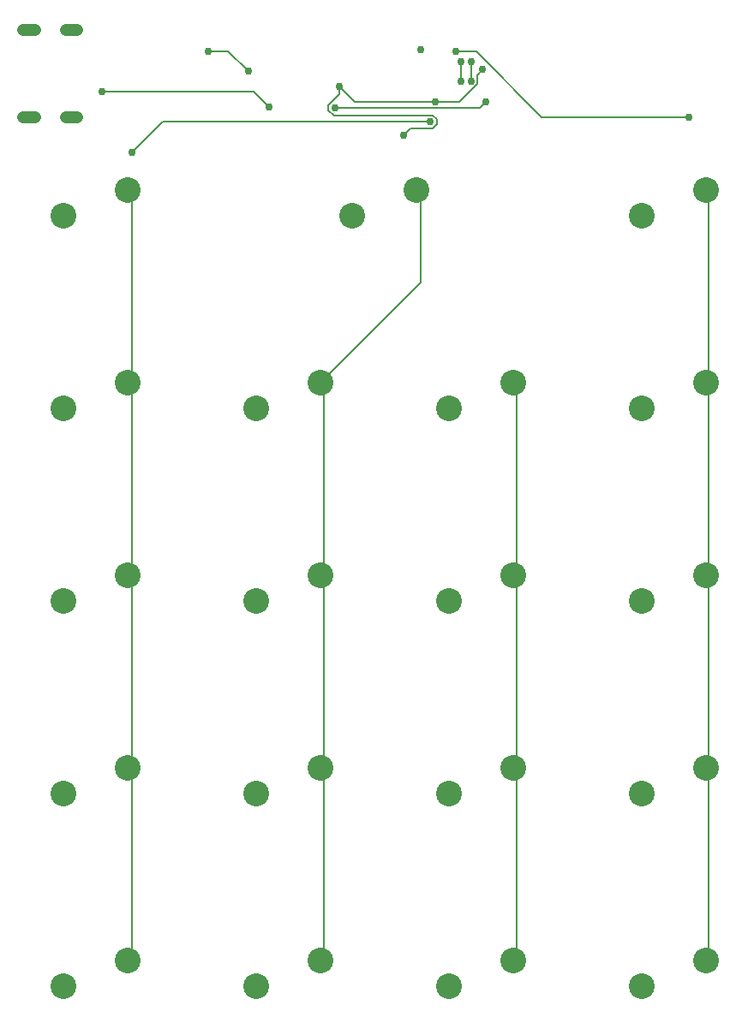
<source format=gbr>
G04 EAGLE Gerber RS-274X export*
G75*
%MOMM*%
%FSLAX34Y34*%
%LPD*%
%INTop Copper*%
%IPPOS*%
%AMOC8*
5,1,8,0,0,1.08239X$1,22.5*%
G01*
%ADD10C,2.540000*%
%ADD11C,1.158000*%
%ADD12C,0.152400*%
%ADD13C,0.756400*%


D10*
X57150Y882650D03*
X120650Y908050D03*
X342900Y882650D03*
X406400Y908050D03*
X628650Y882650D03*
X692150Y908050D03*
X57150Y692150D03*
X120650Y717550D03*
X247650Y692150D03*
X311150Y717550D03*
X438150Y692150D03*
X501650Y717550D03*
X628650Y692150D03*
X692150Y717550D03*
X57150Y501650D03*
X120650Y527050D03*
X247650Y501650D03*
X311150Y527050D03*
X438150Y501650D03*
X501650Y527050D03*
X628650Y501650D03*
X692150Y527050D03*
X57150Y311150D03*
X120650Y336550D03*
X247650Y311150D03*
X311150Y336550D03*
X438150Y311150D03*
X501650Y336550D03*
X628650Y311150D03*
X692150Y336550D03*
X57150Y120650D03*
X120650Y146050D03*
X247650Y120650D03*
X311150Y146050D03*
X438150Y120650D03*
X501650Y146050D03*
X628650Y120650D03*
X692150Y146050D03*
D11*
X71055Y979215D02*
X59475Y979215D01*
X59475Y1065615D02*
X71055Y1065615D01*
X29255Y979215D02*
X17675Y979215D01*
X17675Y1065615D02*
X29255Y1065615D01*
D12*
X120650Y908050D02*
X125000Y903700D01*
X125000Y721900D02*
X120650Y717550D01*
X125000Y721900D02*
X125000Y903700D01*
X120650Y717550D02*
X125000Y713200D01*
X125000Y531400D02*
X120650Y527050D01*
X125000Y531400D02*
X125000Y713200D01*
X120650Y527050D02*
X125000Y522700D01*
X125000Y340900D02*
X120650Y336550D01*
X125000Y340900D02*
X125000Y522700D01*
X120650Y336550D02*
X125000Y332200D01*
X125000Y150400D02*
X120650Y146050D01*
X125000Y150400D02*
X125000Y332200D01*
X410000Y904450D02*
X406400Y908050D01*
X410000Y816400D02*
X311150Y717550D01*
X410000Y816400D02*
X410000Y904450D01*
X311150Y717550D02*
X315000Y713700D01*
X315000Y530000D02*
X312050Y527050D01*
X311150Y527050D01*
X315000Y530000D02*
X315000Y713700D01*
X311150Y527050D02*
X315000Y523200D01*
X315000Y340000D02*
X311550Y336550D01*
X311150Y336550D01*
X315000Y340000D02*
X315000Y523200D01*
X311150Y336550D02*
X315000Y332700D01*
X315000Y149900D02*
X311150Y146050D01*
X315000Y149900D02*
X315000Y332700D01*
X504200Y715000D02*
X501650Y717550D01*
X504200Y715000D02*
X505000Y715000D01*
X505000Y530000D01*
X502050Y527050D01*
X501650Y527050D01*
X505000Y523700D01*
X505000Y339900D02*
X501650Y336550D01*
X505000Y339900D02*
X505000Y523700D01*
X501650Y336550D02*
X505000Y333200D01*
X505000Y149400D02*
X501650Y146050D01*
X505000Y149400D02*
X505000Y333200D01*
X695000Y905200D02*
X692150Y908050D01*
X695000Y720400D02*
X692150Y717550D01*
X695000Y720400D02*
X695000Y905200D01*
X692150Y717550D02*
X694700Y715000D01*
X695000Y715000D01*
X695000Y529900D01*
X692150Y527050D01*
X695000Y524200D01*
X695000Y339400D02*
X692150Y336550D01*
X695000Y339400D02*
X695000Y524200D01*
X692150Y336550D02*
X695000Y333700D01*
X695000Y148900D02*
X692150Y146050D01*
X695000Y148900D02*
X695000Y333700D01*
D13*
X425000Y995000D03*
X393599Y962175D03*
X330000Y1010000D03*
X410202Y1046782D03*
D12*
X319111Y991359D02*
X319111Y986332D01*
X422514Y981068D02*
X426068Y977514D01*
X426068Y972487D01*
X422514Y968932D01*
X400357Y968932D02*
X393599Y962175D01*
X400357Y968932D02*
X422514Y968932D01*
X324375Y981068D02*
X319111Y986332D01*
X324375Y981068D02*
X422514Y981068D01*
X330000Y1002249D02*
X330000Y1010000D01*
X330000Y1002249D02*
X319111Y991359D01*
X345000Y995000D02*
X425000Y995000D01*
X345000Y995000D02*
X330000Y1010000D01*
D13*
X471446Y1026755D03*
D12*
X466068Y1021377D01*
X466068Y1012487D01*
X448582Y995000D01*
X425000Y995000D01*
D13*
X450000Y1035000D03*
X450000Y1015000D03*
D12*
X450000Y1035000D01*
D13*
X460000Y1035000D03*
X460000Y1015000D03*
D12*
X460000Y1035000D01*
D13*
X420000Y975000D03*
X125000Y945000D03*
D12*
X155000Y975000D01*
X420000Y975000D01*
D13*
X445000Y1045000D03*
X675000Y980000D03*
D12*
X530000Y980000D01*
X465000Y1045000D01*
X445000Y1045000D01*
D13*
X200000Y1045000D03*
X240000Y1025000D03*
D12*
X220000Y1045000D02*
X200000Y1045000D01*
X220000Y1045000D02*
X240000Y1025000D01*
D13*
X95000Y1005000D03*
X260000Y990000D03*
D12*
X245000Y1005000D02*
X95000Y1005000D01*
X245000Y1005000D02*
X260000Y990000D01*
D13*
X475000Y995000D03*
X325178Y988846D03*
D12*
X468846Y988846D02*
X475000Y995000D01*
X468846Y988846D02*
X325178Y988846D01*
M02*

</source>
